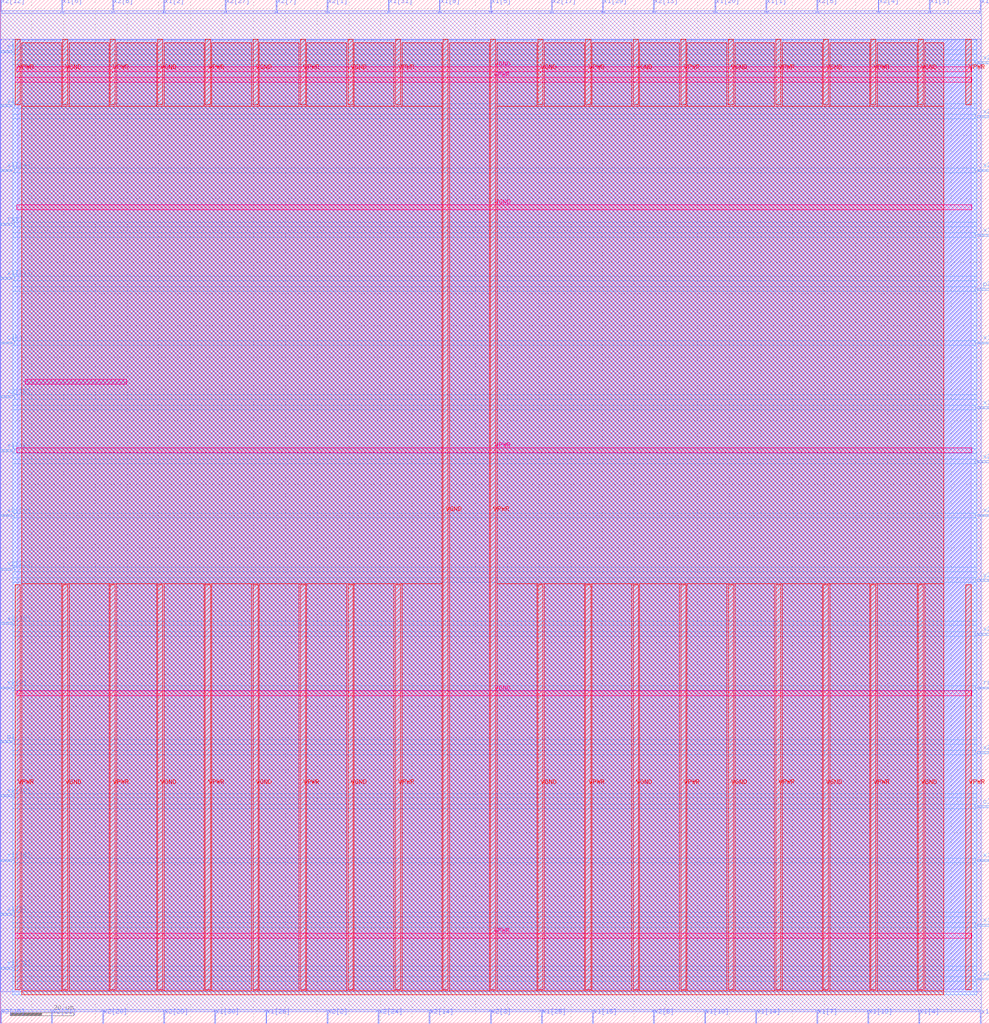
<source format=lef>
VERSION 5.7 ;
  NOWIREEXTENSIONATPIN ON ;
  DIVIDERCHAR "/" ;
  BUSBITCHARS "[]" ;
MACRO manual_macro_placement_test
  CLASS BLOCK ;
  FOREIGN manual_macro_placement_test ;
  ORIGIN 0.000 0.000 ;
  SIZE 312.060 BY 322.780 ;
  PIN VGND
    DIRECTION INOUT ;
    USE GROUND ;
    PORT
      LAYER met4 ;
        RECT 19.720 10.640 21.320 138.230 ;
    END
    PORT
      LAYER met4 ;
        RECT 19.720 289.630 21.320 310.320 ;
    END
    PORT
      LAYER met4 ;
        RECT 49.720 10.640 51.320 138.230 ;
    END
    PORT
      LAYER met4 ;
        RECT 49.720 289.630 51.320 310.320 ;
    END
    PORT
      LAYER met4 ;
        RECT 79.720 10.640 81.320 138.230 ;
    END
    PORT
      LAYER met4 ;
        RECT 79.720 289.630 81.320 310.320 ;
    END
    PORT
      LAYER met4 ;
        RECT 109.720 10.640 111.320 138.230 ;
    END
    PORT
      LAYER met4 ;
        RECT 109.720 289.630 111.320 310.320 ;
    END
    PORT
      LAYER met4 ;
        RECT 139.720 10.640 141.320 310.320 ;
    END
    PORT
      LAYER met4 ;
        RECT 169.720 10.640 171.320 138.230 ;
    END
    PORT
      LAYER met4 ;
        RECT 169.720 289.630 171.320 310.320 ;
    END
    PORT
      LAYER met4 ;
        RECT 199.720 10.640 201.320 138.230 ;
    END
    PORT
      LAYER met4 ;
        RECT 199.720 289.630 201.320 310.320 ;
    END
    PORT
      LAYER met4 ;
        RECT 229.720 10.640 231.320 138.230 ;
    END
    PORT
      LAYER met4 ;
        RECT 229.720 289.630 231.320 310.320 ;
    END
    PORT
      LAYER met4 ;
        RECT 259.720 10.640 261.320 138.230 ;
    END
    PORT
      LAYER met4 ;
        RECT 259.720 289.630 261.320 310.320 ;
    END
    PORT
      LAYER met4 ;
        RECT 289.720 10.640 291.320 138.230 ;
    END
    PORT
      LAYER met4 ;
        RECT 289.720 289.630 291.320 310.320 ;
    END
    PORT
      LAYER met5 ;
        RECT 5.280 103.320 306.600 104.920 ;
    END
    PORT
      LAYER met5 ;
        RECT 5.280 256.500 306.600 258.100 ;
    END
    PORT
      LAYER met5 ;
        RECT 5.280 300.100 306.600 301.700 ;
    END
  END VGND
  PIN VPWR
    DIRECTION INOUT ;
    USE POWER ;
    PORT
      LAYER met4 ;
        RECT 4.720 10.640 6.320 138.230 ;
    END
    PORT
      LAYER met4 ;
        RECT 4.720 289.630 6.320 310.320 ;
    END
    PORT
      LAYER met4 ;
        RECT 34.720 10.640 36.320 138.230 ;
    END
    PORT
      LAYER met4 ;
        RECT 34.720 289.630 36.320 310.320 ;
    END
    PORT
      LAYER met4 ;
        RECT 64.720 10.640 66.320 138.230 ;
    END
    PORT
      LAYER met4 ;
        RECT 64.720 289.630 66.320 310.320 ;
    END
    PORT
      LAYER met4 ;
        RECT 94.720 10.640 96.320 138.230 ;
    END
    PORT
      LAYER met4 ;
        RECT 94.720 289.630 96.320 310.320 ;
    END
    PORT
      LAYER met4 ;
        RECT 124.720 10.640 126.320 138.230 ;
    END
    PORT
      LAYER met4 ;
        RECT 124.720 289.630 126.320 310.320 ;
    END
    PORT
      LAYER met4 ;
        RECT 154.720 10.640 156.320 310.320 ;
    END
    PORT
      LAYER met4 ;
        RECT 184.720 10.640 186.320 138.230 ;
    END
    PORT
      LAYER met4 ;
        RECT 184.720 289.630 186.320 310.320 ;
    END
    PORT
      LAYER met4 ;
        RECT 214.720 10.640 216.320 138.230 ;
    END
    PORT
      LAYER met4 ;
        RECT 214.720 289.630 216.320 310.320 ;
    END
    PORT
      LAYER met4 ;
        RECT 244.720 10.640 246.320 138.230 ;
    END
    PORT
      LAYER met4 ;
        RECT 244.720 289.630 246.320 310.320 ;
    END
    PORT
      LAYER met4 ;
        RECT 274.720 10.640 276.320 138.230 ;
    END
    PORT
      LAYER met4 ;
        RECT 274.720 289.630 276.320 310.320 ;
    END
    PORT
      LAYER met4 ;
        RECT 304.720 10.640 306.320 138.230 ;
    END
    PORT
      LAYER met4 ;
        RECT 304.720 289.630 306.320 310.320 ;
    END
    PORT
      LAYER met5 ;
        RECT 4.720 26.730 306.600 28.330 ;
    END
    PORT
      LAYER met5 ;
        RECT 5.280 179.910 306.600 181.510 ;
    END
    PORT
      LAYER met5 ;
        RECT 4.720 296.700 306.600 298.300 ;
    END
  END VPWR
  PIN clk1
    DIRECTION INPUT ;
    USE SIGNAL ;
    PORT
      LAYER met3 ;
        RECT 0.000 214.240 4.000 214.840 ;
    END
  END clk1
  PIN clk2
    DIRECTION INPUT ;
    USE SIGNAL ;
    PORT
      LAYER met3 ;
        RECT 308.060 68.040 312.060 68.640 ;
    END
  END clk2
  PIN p1
    DIRECTION OUTPUT TRISTATE ;
    USE SIGNAL ;
    PORT
      LAYER met3 ;
        RECT 0.000 88.440 4.000 89.040 ;
    END
  END p1
  PIN p2
    DIRECTION OUTPUT TRISTATE ;
    USE SIGNAL ;
    PORT
      LAYER met3 ;
        RECT 308.060 231.240 312.060 231.840 ;
    END
  END p2
  PIN rst1
    DIRECTION INPUT ;
    USE SIGNAL ;
    PORT
      LAYER met3 ;
        RECT 0.000 251.640 4.000 252.240 ;
    END
  END rst1
  PIN rst2
    DIRECTION INPUT ;
    USE SIGNAL ;
    PORT
      LAYER met3 ;
        RECT 308.060 105.440 312.060 106.040 ;
    END
  END rst2
  PIN x1[0]
    DIRECTION INPUT ;
    USE SIGNAL ;
    PORT
      LAYER met2 ;
        RECT 19.410 318.780 19.690 322.780 ;
    END
  END x1[0]
  PIN x1[10]
    DIRECTION INPUT ;
    USE SIGNAL ;
    PORT
      LAYER met2 ;
        RECT 222.270 0.000 222.550 4.000 ;
    END
  END x1[10]
  PIN x1[11]
    DIRECTION INPUT ;
    USE SIGNAL ;
    PORT
      LAYER met3 ;
        RECT 308.060 193.840 312.060 194.440 ;
    END
  END x1[11]
  PIN x1[12]
    DIRECTION INPUT ;
    USE SIGNAL ;
    PORT
      LAYER met3 ;
        RECT 0.000 180.240 4.000 180.840 ;
    END
  END x1[12]
  PIN x1[13]
    DIRECTION INPUT ;
    USE SIGNAL ;
    PORT
      LAYER met3 ;
        RECT 308.060 30.640 312.060 31.240 ;
    END
  END x1[13]
  PIN x1[14]
    DIRECTION INPUT ;
    USE SIGNAL ;
    PORT
      LAYER met2 ;
        RECT 238.370 0.000 238.650 4.000 ;
    END
  END x1[14]
  PIN x1[15]
    DIRECTION INPUT ;
    USE SIGNAL ;
    PORT
      LAYER met2 ;
        RECT 186.850 0.000 187.130 4.000 ;
    END
  END x1[15]
  PIN x1[16]
    DIRECTION INPUT ;
    USE SIGNAL ;
    PORT
      LAYER met3 ;
        RECT 0.000 51.040 4.000 51.640 ;
    END
  END x1[16]
  PIN x1[17]
    DIRECTION INPUT ;
    USE SIGNAL ;
    PORT
      LAYER met2 ;
        RECT 309.210 0.000 309.490 4.000 ;
    END
  END x1[17]
  PIN x1[18]
    DIRECTION INPUT ;
    USE SIGNAL ;
    PORT
      LAYER met3 ;
        RECT 308.060 51.040 312.060 51.640 ;
    END
  END x1[18]
  PIN x1[19]
    DIRECTION INPUT ;
    USE SIGNAL ;
    PORT
      LAYER met2 ;
        RECT 273.790 0.000 274.070 4.000 ;
    END
  END x1[19]
  PIN x1[1]
    DIRECTION INPUT ;
    USE SIGNAL ;
    PORT
      LAYER met2 ;
        RECT 241.590 318.780 241.870 322.780 ;
    END
  END x1[1]
  PIN x1[20]
    DIRECTION INPUT ;
    USE SIGNAL ;
    PORT
      LAYER met2 ;
        RECT 225.490 318.780 225.770 322.780 ;
    END
  END x1[20]
  PIN x1[21]
    DIRECTION INPUT ;
    USE SIGNAL ;
    PORT
      LAYER met3 ;
        RECT 0.000 234.640 4.000 235.240 ;
    END
  END x1[21]
  PIN x1[22]
    DIRECTION INPUT ;
    USE SIGNAL ;
    PORT
      LAYER met3 ;
        RECT 308.060 214.240 312.060 214.840 ;
    END
  END x1[22]
  PIN x1[23]
    DIRECTION INPUT ;
    USE SIGNAL ;
    PORT
      LAYER met3 ;
        RECT 308.060 248.240 312.060 248.840 ;
    END
  END x1[23]
  PIN x1[24]
    DIRECTION INPUT ;
    USE SIGNAL ;
    PORT
      LAYER met3 ;
        RECT 0.000 268.640 4.000 269.240 ;
    END
  END x1[24]
  PIN x1[25]
    DIRECTION INPUT ;
    USE SIGNAL ;
    PORT
      LAYER met2 ;
        RECT 170.750 0.000 171.030 4.000 ;
    END
  END x1[25]
  PIN x1[26]
    DIRECTION INPUT ;
    USE SIGNAL ;
    PORT
      LAYER met2 ;
        RECT 83.810 0.000 84.090 4.000 ;
    END
  END x1[26]
  PIN x1[27]
    DIRECTION INPUT ;
    USE SIGNAL ;
    PORT
      LAYER met3 ;
        RECT 0.000 306.040 4.000 306.640 ;
    END
  END x1[27]
  PIN x1[28]
    DIRECTION INPUT ;
    USE SIGNAL ;
    PORT
      LAYER met3 ;
        RECT 0.000 17.040 4.000 17.640 ;
    END
  END x1[28]
  PIN x1[29]
    DIRECTION INPUT ;
    USE SIGNAL ;
    PORT
      LAYER met2 ;
        RECT 190.070 318.780 190.350 322.780 ;
    END
  END x1[29]
  PIN x1[2]
    DIRECTION INPUT ;
    USE SIGNAL ;
    PORT
      LAYER met2 ;
        RECT 51.610 318.780 51.890 322.780 ;
    END
  END x1[2]
  PIN x1[30]
    DIRECTION INPUT ;
    USE SIGNAL ;
    PORT
      LAYER met2 ;
        RECT 67.710 0.000 67.990 4.000 ;
    END
  END x1[30]
  PIN x1[31]
    DIRECTION INPUT ;
    USE SIGNAL ;
    PORT
      LAYER met2 ;
        RECT 122.450 318.780 122.730 322.780 ;
    END
  END x1[31]
  PIN x1[3]
    DIRECTION INPUT ;
    USE SIGNAL ;
    PORT
      LAYER met2 ;
        RECT 293.110 318.780 293.390 322.780 ;
    END
  END x1[3]
  PIN x1[4]
    DIRECTION INPUT ;
    USE SIGNAL ;
    PORT
      LAYER met2 ;
        RECT 289.890 0.000 290.170 4.000 ;
    END
  END x1[4]
  PIN x1[5]
    DIRECTION INPUT ;
    USE SIGNAL ;
    PORT
      LAYER met2 ;
        RECT 154.650 318.780 154.930 322.780 ;
    END
  END x1[5]
  PIN x1[6]
    DIRECTION INPUT ;
    USE SIGNAL ;
    PORT
      LAYER met2 ;
        RECT 309.210 318.780 309.490 322.780 ;
    END
  END x1[6]
  PIN x1[7]
    DIRECTION INPUT ;
    USE SIGNAL ;
    PORT
      LAYER met2 ;
        RECT 257.690 0.000 257.970 4.000 ;
    END
  END x1[7]
  PIN x1[8]
    DIRECTION INPUT ;
    USE SIGNAL ;
    PORT
      LAYER met2 ;
        RECT 138.550 318.780 138.830 322.780 ;
    END
  END x1[8]
  PIN x1[9]
    DIRECTION INPUT ;
    USE SIGNAL ;
    PORT
      LAYER met3 ;
        RECT 0.000 34.040 4.000 34.640 ;
    END
  END x1[9]
  PIN x2[0]
    DIRECTION INPUT ;
    USE SIGNAL ;
    PORT
      LAYER met3 ;
        RECT 308.060 85.040 312.060 85.640 ;
    END
  END x2[0]
  PIN x2[10]
    DIRECTION INPUT ;
    USE SIGNAL ;
    PORT
      LAYER met3 ;
        RECT 0.000 71.440 4.000 72.040 ;
    END
  END x2[10]
  PIN x2[11]
    DIRECTION INPUT ;
    USE SIGNAL ;
    PORT
      LAYER met3 ;
        RECT 308.060 122.440 312.060 123.040 ;
    END
  END x2[11]
  PIN x2[12]
    DIRECTION INPUT ;
    USE SIGNAL ;
    PORT
      LAYER met2 ;
        RECT 0.090 318.780 0.370 322.780 ;
    END
  END x2[12]
  PIN x2[13]
    DIRECTION INPUT ;
    USE SIGNAL ;
    PORT
      LAYER met2 ;
        RECT 206.170 318.780 206.450 322.780 ;
    END
  END x2[13]
  PIN x2[14]
    DIRECTION INPUT ;
    USE SIGNAL ;
    PORT
      LAYER met2 ;
        RECT 135.330 0.000 135.610 4.000 ;
    END
  END x2[14]
  PIN x2[15]
    DIRECTION INPUT ;
    USE SIGNAL ;
    PORT
      LAYER met2 ;
        RECT 0.090 0.000 0.370 4.000 ;
    END
  END x2[15]
  PIN x2[16]
    DIRECTION INPUT ;
    USE SIGNAL ;
    PORT
      LAYER met3 ;
        RECT 0.000 197.240 4.000 197.840 ;
    END
  END x2[16]
  PIN x2[17]
    DIRECTION INPUT ;
    USE SIGNAL ;
    PORT
      LAYER met2 ;
        RECT 173.970 318.780 174.250 322.780 ;
    END
  END x2[17]
  PIN x2[18]
    DIRECTION INPUT ;
    USE SIGNAL ;
    PORT
      LAYER met3 ;
        RECT 0.000 125.840 4.000 126.440 ;
    END
  END x2[18]
  PIN x2[19]
    DIRECTION INPUT ;
    USE SIGNAL ;
    PORT
      LAYER met3 ;
        RECT 308.060 302.640 312.060 303.240 ;
    END
  END x2[19]
  PIN x2[1]
    DIRECTION INPUT ;
    USE SIGNAL ;
    PORT
      LAYER met2 ;
        RECT 103.130 318.780 103.410 322.780 ;
    END
  END x2[1]
  PIN x2[20]
    DIRECTION INPUT ;
    USE SIGNAL ;
    PORT
      LAYER met2 ;
        RECT 32.290 0.000 32.570 4.000 ;
    END
  END x2[20]
  PIN x2[21]
    DIRECTION INPUT ;
    USE SIGNAL ;
    PORT
      LAYER met2 ;
        RECT 16.190 0.000 16.470 4.000 ;
    END
  END x2[21]
  PIN x2[22]
    DIRECTION INPUT ;
    USE SIGNAL ;
    PORT
      LAYER met3 ;
        RECT 308.060 285.640 312.060 286.240 ;
    END
  END x2[22]
  PIN x2[23]
    DIRECTION INPUT ;
    USE SIGNAL ;
    PORT
      LAYER met3 ;
        RECT 0.000 142.840 4.000 143.440 ;
    END
  END x2[23]
  PIN x2[24]
    DIRECTION INPUT ;
    USE SIGNAL ;
    PORT
      LAYER met2 ;
        RECT 119.230 0.000 119.510 4.000 ;
    END
  END x2[24]
  PIN x2[25]
    DIRECTION INPUT ;
    USE SIGNAL ;
    PORT
      LAYER met3 ;
        RECT 308.060 268.640 312.060 269.240 ;
    END
  END x2[25]
  PIN x2[26]
    DIRECTION INPUT ;
    USE SIGNAL ;
    PORT
      LAYER met3 ;
        RECT 308.060 13.640 312.060 14.240 ;
    END
  END x2[26]
  PIN x2[27]
    DIRECTION INPUT ;
    USE SIGNAL ;
    PORT
      LAYER met2 ;
        RECT 70.930 318.780 71.210 322.780 ;
    END
  END x2[27]
  PIN x2[28]
    DIRECTION INPUT ;
    USE SIGNAL ;
    PORT
      LAYER met3 ;
        RECT 308.060 159.840 312.060 160.440 ;
    END
  END x2[28]
  PIN x2[29]
    DIRECTION INPUT ;
    USE SIGNAL ;
    PORT
      LAYER met2 ;
        RECT 51.610 0.000 51.890 4.000 ;
    END
  END x2[29]
  PIN x2[2]
    DIRECTION INPUT ;
    USE SIGNAL ;
    PORT
      LAYER met2 ;
        RECT 103.130 0.000 103.410 4.000 ;
    END
  END x2[2]
  PIN x2[30]
    DIRECTION INPUT ;
    USE SIGNAL ;
    PORT
      LAYER met3 ;
        RECT 0.000 159.840 4.000 160.440 ;
    END
  END x2[30]
  PIN x2[31]
    DIRECTION INPUT ;
    USE SIGNAL ;
    PORT
      LAYER met3 ;
        RECT 308.060 176.840 312.060 177.440 ;
    END
  END x2[31]
  PIN x2[3]
    DIRECTION INPUT ;
    USE SIGNAL ;
    PORT
      LAYER met2 ;
        RECT 154.650 0.000 154.930 4.000 ;
    END
  END x2[3]
  PIN x2[4]
    DIRECTION INPUT ;
    USE SIGNAL ;
    PORT
      LAYER met2 ;
        RECT 277.010 318.780 277.290 322.780 ;
    END
  END x2[4]
  PIN x2[5]
    DIRECTION INPUT ;
    USE SIGNAL ;
    PORT
      LAYER met2 ;
        RECT 257.690 318.780 257.970 322.780 ;
    END
  END x2[5]
  PIN x2[6]
    DIRECTION INPUT ;
    USE SIGNAL ;
    PORT
      LAYER met2 ;
        RECT 35.510 318.780 35.790 322.780 ;
    END
  END x2[6]
  PIN x2[7]
    DIRECTION INPUT ;
    USE SIGNAL ;
    PORT
      LAYER met2 ;
        RECT 87.030 318.780 87.310 322.780 ;
    END
  END x2[7]
  PIN x2[8]
    DIRECTION INPUT ;
    USE SIGNAL ;
    PORT
      LAYER met2 ;
        RECT 206.170 0.000 206.450 4.000 ;
    END
  END x2[8]
  PIN x2[9]
    DIRECTION INPUT ;
    USE SIGNAL ;
    PORT
      LAYER met3 ;
        RECT 0.000 105.440 4.000 106.040 ;
    END
  END x2[9]
  PIN y1
    DIRECTION INPUT ;
    USE SIGNAL ;
    PORT
      LAYER met3 ;
        RECT 0.000 289.040 4.000 289.640 ;
    END
  END y1
  PIN y2
    DIRECTION INPUT ;
    USE SIGNAL ;
    PORT
      LAYER met3 ;
        RECT 308.060 139.440 312.060 140.040 ;
    END
  END y2
  OBS
      LAYER li1 ;
        RECT 5.520 10.795 306.360 310.165 ;
      LAYER met1 ;
        RECT 0.070 9.900 309.510 310.320 ;
      LAYER met2 ;
        RECT 0.650 318.500 19.130 319.330 ;
        RECT 19.970 318.500 35.230 319.330 ;
        RECT 36.070 318.500 51.330 319.330 ;
        RECT 52.170 318.500 70.650 319.330 ;
        RECT 71.490 318.500 86.750 319.330 ;
        RECT 87.590 318.500 102.850 319.330 ;
        RECT 103.690 318.500 122.170 319.330 ;
        RECT 123.010 318.500 138.270 319.330 ;
        RECT 139.110 318.500 154.370 319.330 ;
        RECT 155.210 318.500 173.690 319.330 ;
        RECT 174.530 318.500 189.790 319.330 ;
        RECT 190.630 318.500 205.890 319.330 ;
        RECT 206.730 318.500 225.210 319.330 ;
        RECT 226.050 318.500 241.310 319.330 ;
        RECT 242.150 318.500 257.410 319.330 ;
        RECT 258.250 318.500 276.730 319.330 ;
        RECT 277.570 318.500 292.830 319.330 ;
        RECT 293.670 318.500 308.930 319.330 ;
        RECT 0.100 4.280 309.480 318.500 ;
        RECT 0.650 3.670 15.910 4.280 ;
        RECT 16.750 3.670 32.010 4.280 ;
        RECT 32.850 3.670 51.330 4.280 ;
        RECT 52.170 3.670 67.430 4.280 ;
        RECT 68.270 3.670 83.530 4.280 ;
        RECT 84.370 3.670 102.850 4.280 ;
        RECT 103.690 3.670 118.950 4.280 ;
        RECT 119.790 3.670 135.050 4.280 ;
        RECT 135.890 3.670 154.370 4.280 ;
        RECT 155.210 3.670 170.470 4.280 ;
        RECT 171.310 3.670 186.570 4.280 ;
        RECT 187.410 3.670 205.890 4.280 ;
        RECT 206.730 3.670 221.990 4.280 ;
        RECT 222.830 3.670 238.090 4.280 ;
        RECT 238.930 3.670 257.410 4.280 ;
        RECT 258.250 3.670 273.510 4.280 ;
        RECT 274.350 3.670 289.610 4.280 ;
        RECT 290.450 3.670 308.930 4.280 ;
      LAYER met3 ;
        RECT 3.990 307.040 308.060 310.245 ;
        RECT 4.400 305.640 308.060 307.040 ;
        RECT 3.990 303.640 308.060 305.640 ;
        RECT 3.990 302.240 307.660 303.640 ;
        RECT 3.990 290.040 308.060 302.240 ;
        RECT 4.400 288.640 308.060 290.040 ;
        RECT 3.990 286.640 308.060 288.640 ;
        RECT 3.990 285.240 307.660 286.640 ;
        RECT 3.990 269.640 308.060 285.240 ;
        RECT 4.400 268.240 307.660 269.640 ;
        RECT 3.990 252.640 308.060 268.240 ;
        RECT 4.400 251.240 308.060 252.640 ;
        RECT 3.990 249.240 308.060 251.240 ;
        RECT 3.990 247.840 307.660 249.240 ;
        RECT 3.990 235.640 308.060 247.840 ;
        RECT 4.400 234.240 308.060 235.640 ;
        RECT 3.990 232.240 308.060 234.240 ;
        RECT 3.990 230.840 307.660 232.240 ;
        RECT 3.990 215.240 308.060 230.840 ;
        RECT 4.400 213.840 307.660 215.240 ;
        RECT 3.990 198.240 308.060 213.840 ;
        RECT 4.400 196.840 308.060 198.240 ;
        RECT 3.990 194.840 308.060 196.840 ;
        RECT 3.990 193.440 307.660 194.840 ;
        RECT 3.990 181.240 308.060 193.440 ;
        RECT 4.400 179.840 308.060 181.240 ;
        RECT 3.990 177.840 308.060 179.840 ;
        RECT 3.990 176.440 307.660 177.840 ;
        RECT 3.990 160.840 308.060 176.440 ;
        RECT 4.400 159.440 307.660 160.840 ;
        RECT 3.990 143.840 308.060 159.440 ;
        RECT 4.400 142.440 308.060 143.840 ;
        RECT 3.990 140.440 308.060 142.440 ;
        RECT 3.990 139.040 307.660 140.440 ;
        RECT 3.990 126.840 308.060 139.040 ;
        RECT 4.400 125.440 308.060 126.840 ;
        RECT 3.990 123.440 308.060 125.440 ;
        RECT 3.990 122.040 307.660 123.440 ;
        RECT 3.990 106.440 308.060 122.040 ;
        RECT 4.400 105.040 307.660 106.440 ;
        RECT 3.990 89.440 308.060 105.040 ;
        RECT 4.400 88.040 308.060 89.440 ;
        RECT 3.990 86.040 308.060 88.040 ;
        RECT 3.990 84.640 307.660 86.040 ;
        RECT 3.990 72.440 308.060 84.640 ;
        RECT 4.400 71.040 308.060 72.440 ;
        RECT 3.990 69.040 308.060 71.040 ;
        RECT 3.990 67.640 307.660 69.040 ;
        RECT 3.990 52.040 308.060 67.640 ;
        RECT 4.400 50.640 307.660 52.040 ;
        RECT 3.990 35.040 308.060 50.640 ;
        RECT 4.400 33.640 308.060 35.040 ;
        RECT 3.990 31.640 308.060 33.640 ;
        RECT 3.990 30.240 307.660 31.640 ;
        RECT 3.990 18.040 308.060 30.240 ;
        RECT 4.400 16.640 308.060 18.040 ;
        RECT 3.990 14.640 308.060 16.640 ;
        RECT 3.990 13.240 307.660 14.640 ;
        RECT 3.990 9.015 308.060 13.240 ;
      LAYER met4 ;
        RECT 6.735 289.230 19.320 309.225 ;
        RECT 21.720 289.230 34.320 309.225 ;
        RECT 36.720 289.230 49.320 309.225 ;
        RECT 51.720 289.230 64.320 309.225 ;
        RECT 66.720 289.230 79.320 309.225 ;
        RECT 81.720 289.230 94.320 309.225 ;
        RECT 96.720 289.230 109.320 309.225 ;
        RECT 111.720 289.230 124.320 309.225 ;
        RECT 126.720 289.230 139.320 309.225 ;
        RECT 6.735 138.630 139.320 289.230 ;
        RECT 6.735 10.240 19.320 138.630 ;
        RECT 21.720 10.240 34.320 138.630 ;
        RECT 36.720 10.240 49.320 138.630 ;
        RECT 51.720 10.240 64.320 138.630 ;
        RECT 66.720 10.240 79.320 138.630 ;
        RECT 81.720 10.240 94.320 138.630 ;
        RECT 96.720 10.240 109.320 138.630 ;
        RECT 111.720 10.240 124.320 138.630 ;
        RECT 126.720 10.240 139.320 138.630 ;
        RECT 141.720 10.240 154.320 309.225 ;
        RECT 156.720 289.230 169.320 309.225 ;
        RECT 171.720 289.230 184.320 309.225 ;
        RECT 186.720 289.230 199.320 309.225 ;
        RECT 201.720 289.230 214.320 309.225 ;
        RECT 216.720 289.230 229.320 309.225 ;
        RECT 231.720 289.230 244.320 309.225 ;
        RECT 246.720 289.230 259.320 309.225 ;
        RECT 261.720 289.230 274.320 309.225 ;
        RECT 276.720 289.230 289.320 309.225 ;
        RECT 291.720 289.230 297.785 309.225 ;
        RECT 156.720 138.630 297.785 289.230 ;
        RECT 156.720 10.240 169.320 138.630 ;
        RECT 171.720 10.240 184.320 138.630 ;
        RECT 186.720 10.240 199.320 138.630 ;
        RECT 201.720 10.240 214.320 138.630 ;
        RECT 216.720 10.240 229.320 138.630 ;
        RECT 231.720 10.240 244.320 138.630 ;
        RECT 246.720 10.240 259.320 138.630 ;
        RECT 261.720 10.240 274.320 138.630 ;
        RECT 276.720 10.240 289.320 138.630 ;
        RECT 291.720 10.240 297.785 138.630 ;
        RECT 6.735 9.015 297.785 10.240 ;
      LAYER met5 ;
        RECT 7.940 201.500 39.900 203.100 ;
  END
END manual_macro_placement_test
END LIBRARY


</source>
